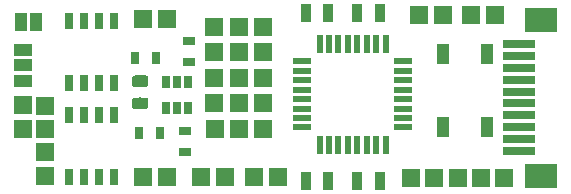
<source format=gbr>
%TF.GenerationSoftware,KiCad,Pcbnew,5.0.0*%
%TF.CreationDate,2018-09-25T19:59:15+02:00*%
%TF.ProjectId,mps_V05,6D70735F5630352E6B696361645F7063,rev?*%
%TF.SameCoordinates,Original*%
%TF.FileFunction,Soldermask,Top*%
%TF.FilePolarity,Negative*%
%FSLAX46Y46*%
G04 Gerber Fmt 4.6, Leading zero omitted, Abs format (unit mm)*
G04 Created by KiCad (PCBNEW 5.0.0) date Tue Sep 25 19:59:15 2018*
%MOMM*%
%LPD*%
G01*
G04 APERTURE LIST*
%ADD10R,1.500000X1.000000*%
%ADD11R,2.700000X0.700000*%
%ADD12R,2.800000X2.100000*%
%ADD13R,1.000000X0.670000*%
%ADD14R,0.670000X1.000000*%
%ADD15R,0.970000X1.500000*%
%ADD16R,1.000000X1.500000*%
%ADD17R,0.800000X1.450000*%
%ADD18R,1.100000X1.800000*%
%ADD19R,0.550000X1.600000*%
%ADD20R,1.600000X0.550000*%
%ADD21R,1.524000X1.524000*%
%ADD22C,0.100000*%
%ADD23C,0.975000*%
%ADD24R,0.650000X1.060000*%
G04 APERTURE END LIST*
D10*
X124511000Y-131805000D03*
X124511000Y-130505000D03*
X124511000Y-129205000D03*
D11*
X166472000Y-137738000D03*
X166472000Y-136738000D03*
X166472000Y-135738000D03*
X166472000Y-134738000D03*
X166472000Y-133738000D03*
X166472000Y-132738000D03*
X166472000Y-131738000D03*
X166472000Y-130738000D03*
X166472000Y-129738000D03*
X166472000Y-128738000D03*
D12*
X168372000Y-139838000D03*
X168362000Y-126648000D03*
D13*
X138532000Y-128462000D03*
X138532000Y-130212000D03*
D14*
X135749000Y-129896000D03*
X133999000Y-129896000D03*
D15*
X152791000Y-126111000D03*
X154701000Y-126111000D03*
X152791000Y-140259000D03*
X154701000Y-140259000D03*
X148448000Y-140259000D03*
X150358000Y-140259000D03*
X148448000Y-126111000D03*
X150358000Y-126111000D03*
D16*
X124293000Y-126797000D03*
X125593000Y-126797000D03*
D13*
X138176000Y-136093000D03*
X138176000Y-137843000D03*
D14*
X134355000Y-136195000D03*
X136105000Y-136195000D03*
D17*
X128422000Y-139972000D03*
X129692000Y-139972000D03*
X130962000Y-139972000D03*
X132232000Y-139972000D03*
X128422000Y-134722000D03*
X129692000Y-134722000D03*
X130962000Y-134722000D03*
X132232000Y-134722000D03*
X132207000Y-126737000D03*
X130937000Y-126737000D03*
X129667000Y-126737000D03*
X128397000Y-126737000D03*
X132207000Y-131987000D03*
X130937000Y-131987000D03*
X129667000Y-131987000D03*
X128397000Y-131987000D03*
D18*
X163775000Y-129564000D03*
X163775000Y-135764000D03*
X160075000Y-129564000D03*
X160075000Y-135764000D03*
D19*
X155200000Y-128719000D03*
X154400000Y-128719000D03*
X153600000Y-128719000D03*
X152800000Y-128719000D03*
X152000000Y-128719000D03*
X151200000Y-128719000D03*
X150400000Y-128719000D03*
X149600000Y-128719000D03*
D20*
X148150000Y-130169000D03*
X148150000Y-130969000D03*
X148150000Y-131769000D03*
X148150000Y-132569000D03*
X148150000Y-133369000D03*
X148150000Y-134169000D03*
X148150000Y-134969000D03*
X148150000Y-135769000D03*
D19*
X149600000Y-137219000D03*
X150400000Y-137219000D03*
X151200000Y-137219000D03*
X152000000Y-137219000D03*
X152800000Y-137219000D03*
X153600000Y-137219000D03*
X154400000Y-137219000D03*
X155200000Y-137219000D03*
D20*
X156650000Y-135769000D03*
X156650000Y-134969000D03*
X156650000Y-134169000D03*
X156650000Y-133369000D03*
X156650000Y-132569000D03*
X156650000Y-131769000D03*
X156650000Y-130969000D03*
X156650000Y-130169000D03*
D21*
X124460000Y-133858000D03*
X124460000Y-135890000D03*
X160020000Y-126205000D03*
X157988000Y-126205000D03*
X144018000Y-139954000D03*
X146050000Y-139954000D03*
X157365000Y-140081000D03*
X159315000Y-140081000D03*
X161290000Y-140081000D03*
X165215000Y-140081000D03*
X163265000Y-140081000D03*
X141605000Y-139954000D03*
X139573000Y-139954000D03*
X162433000Y-126205000D03*
X164465000Y-126205000D03*
X144773000Y-127254000D03*
X140673000Y-127254000D03*
X142748000Y-127254000D03*
X144780000Y-129413000D03*
X140680000Y-129413000D03*
X142755000Y-129413000D03*
X142748000Y-131572000D03*
X140673000Y-131572000D03*
X144773000Y-131572000D03*
X144773000Y-133731000D03*
X140673000Y-133731000D03*
X142748000Y-133731000D03*
X142791000Y-135890000D03*
X140716000Y-135890000D03*
X144816000Y-135890000D03*
X126365000Y-139865000D03*
X126365000Y-137865000D03*
X126365000Y-133915000D03*
X126365000Y-135890000D03*
X134620000Y-139954000D03*
X136652000Y-139954000D03*
X134620000Y-126619000D03*
X136652000Y-126619000D03*
D22*
G36*
X134897142Y-131367174D02*
X134920803Y-131370684D01*
X134944007Y-131376496D01*
X134966529Y-131384554D01*
X134988153Y-131394782D01*
X135008670Y-131407079D01*
X135027883Y-131421329D01*
X135045607Y-131437393D01*
X135061671Y-131455117D01*
X135075921Y-131474330D01*
X135088218Y-131494847D01*
X135098446Y-131516471D01*
X135106504Y-131538993D01*
X135112316Y-131562197D01*
X135115826Y-131585858D01*
X135117000Y-131609750D01*
X135117000Y-132097250D01*
X135115826Y-132121142D01*
X135112316Y-132144803D01*
X135106504Y-132168007D01*
X135098446Y-132190529D01*
X135088218Y-132212153D01*
X135075921Y-132232670D01*
X135061671Y-132251883D01*
X135045607Y-132269607D01*
X135027883Y-132285671D01*
X135008670Y-132299921D01*
X134988153Y-132312218D01*
X134966529Y-132322446D01*
X134944007Y-132330504D01*
X134920803Y-132336316D01*
X134897142Y-132339826D01*
X134873250Y-132341000D01*
X133960750Y-132341000D01*
X133936858Y-132339826D01*
X133913197Y-132336316D01*
X133889993Y-132330504D01*
X133867471Y-132322446D01*
X133845847Y-132312218D01*
X133825330Y-132299921D01*
X133806117Y-132285671D01*
X133788393Y-132269607D01*
X133772329Y-132251883D01*
X133758079Y-132232670D01*
X133745782Y-132212153D01*
X133735554Y-132190529D01*
X133727496Y-132168007D01*
X133721684Y-132144803D01*
X133718174Y-132121142D01*
X133717000Y-132097250D01*
X133717000Y-131609750D01*
X133718174Y-131585858D01*
X133721684Y-131562197D01*
X133727496Y-131538993D01*
X133735554Y-131516471D01*
X133745782Y-131494847D01*
X133758079Y-131474330D01*
X133772329Y-131455117D01*
X133788393Y-131437393D01*
X133806117Y-131421329D01*
X133825330Y-131407079D01*
X133845847Y-131394782D01*
X133867471Y-131384554D01*
X133889993Y-131376496D01*
X133913197Y-131370684D01*
X133936858Y-131367174D01*
X133960750Y-131366000D01*
X134873250Y-131366000D01*
X134897142Y-131367174D01*
X134897142Y-131367174D01*
G37*
D23*
X134417000Y-131853500D03*
D22*
G36*
X134897142Y-133242174D02*
X134920803Y-133245684D01*
X134944007Y-133251496D01*
X134966529Y-133259554D01*
X134988153Y-133269782D01*
X135008670Y-133282079D01*
X135027883Y-133296329D01*
X135045607Y-133312393D01*
X135061671Y-133330117D01*
X135075921Y-133349330D01*
X135088218Y-133369847D01*
X135098446Y-133391471D01*
X135106504Y-133413993D01*
X135112316Y-133437197D01*
X135115826Y-133460858D01*
X135117000Y-133484750D01*
X135117000Y-133972250D01*
X135115826Y-133996142D01*
X135112316Y-134019803D01*
X135106504Y-134043007D01*
X135098446Y-134065529D01*
X135088218Y-134087153D01*
X135075921Y-134107670D01*
X135061671Y-134126883D01*
X135045607Y-134144607D01*
X135027883Y-134160671D01*
X135008670Y-134174921D01*
X134988153Y-134187218D01*
X134966529Y-134197446D01*
X134944007Y-134205504D01*
X134920803Y-134211316D01*
X134897142Y-134214826D01*
X134873250Y-134216000D01*
X133960750Y-134216000D01*
X133936858Y-134214826D01*
X133913197Y-134211316D01*
X133889993Y-134205504D01*
X133867471Y-134197446D01*
X133845847Y-134187218D01*
X133825330Y-134174921D01*
X133806117Y-134160671D01*
X133788393Y-134144607D01*
X133772329Y-134126883D01*
X133758079Y-134107670D01*
X133745782Y-134087153D01*
X133735554Y-134065529D01*
X133727496Y-134043007D01*
X133721684Y-134019803D01*
X133718174Y-133996142D01*
X133717000Y-133972250D01*
X133717000Y-133484750D01*
X133718174Y-133460858D01*
X133721684Y-133437197D01*
X133727496Y-133413993D01*
X133735554Y-133391471D01*
X133745782Y-133369847D01*
X133758079Y-133349330D01*
X133772329Y-133330117D01*
X133788393Y-133312393D01*
X133806117Y-133296329D01*
X133825330Y-133282079D01*
X133845847Y-133269782D01*
X133867471Y-133259554D01*
X133889993Y-133251496D01*
X133913197Y-133245684D01*
X133936858Y-133242174D01*
X133960750Y-133241000D01*
X134873250Y-133241000D01*
X134897142Y-133242174D01*
X134897142Y-133242174D01*
G37*
D23*
X134417000Y-133728500D03*
D24*
X136566000Y-134145000D03*
X137516000Y-134145000D03*
X138466000Y-134145000D03*
X138466000Y-131945000D03*
X136566000Y-131945000D03*
X137516000Y-131945000D03*
M02*

</source>
